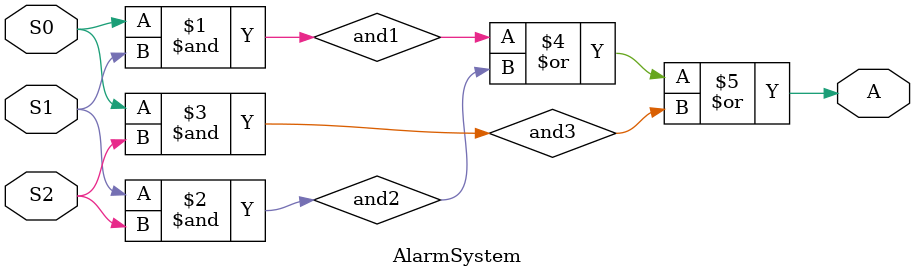
<source format=v>
module AlarmSystem(
    input S0,
    input S1,
    input S2,
    output A
);

  wire and1, and2, and3;

  // AND gates
  and(and1, S0, S1);
  and(and2, S1, S2);
  and(and3, S0, S2);

  // OR gate
  or(A, and1, and2, and3);

endmodule

</source>
